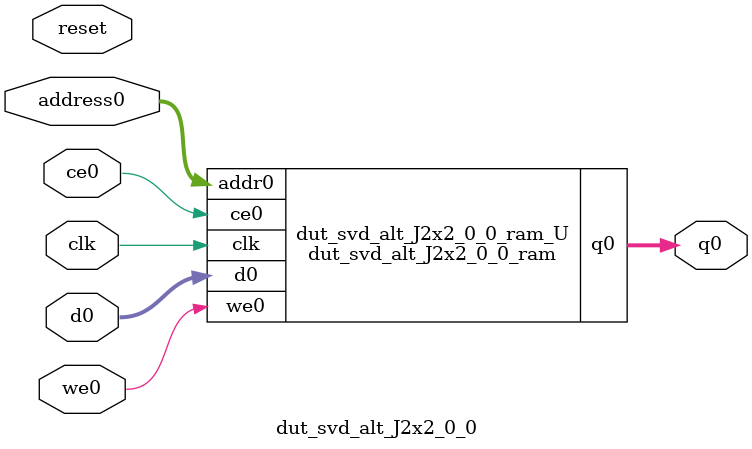
<source format=v>

`timescale 1 ns / 1 ps
module dut_svd_alt_J2x2_0_0_ram (addr0, ce0, d0, we0, q0,  clk);

parameter DWIDTH = 32;
parameter AWIDTH = 3;
parameter MEM_SIZE = 8;

input[AWIDTH-1:0] addr0;
input ce0;
input[DWIDTH-1:0] d0;
input we0;
output reg[DWIDTH-1:0] q0;
input clk;

(* ram_style = "distributed" *)reg [DWIDTH-1:0] ram[MEM_SIZE-1:0];




always @(posedge clk)  
begin 
    if (ce0) 
    begin
        if (we0) 
        begin 
            ram[addr0] <= d0; 
            q0 <= d0;
        end 
        else 
            q0 <= ram[addr0];
    end
end


endmodule


`timescale 1 ns / 1 ps
module dut_svd_alt_J2x2_0_0(
    reset,
    clk,
    address0,
    ce0,
    we0,
    d0,
    q0);

parameter DataWidth = 32'd32;
parameter AddressRange = 32'd8;
parameter AddressWidth = 32'd3;
input reset;
input clk;
input[AddressWidth - 1:0] address0;
input ce0;
input we0;
input[DataWidth - 1:0] d0;
output[DataWidth - 1:0] q0;



dut_svd_alt_J2x2_0_0_ram dut_svd_alt_J2x2_0_0_ram_U(
    .clk( clk ),
    .addr0( address0 ),
    .ce0( ce0 ),
    .d0( d0 ),
    .we0( we0 ),
    .q0( q0 ));

endmodule


</source>
